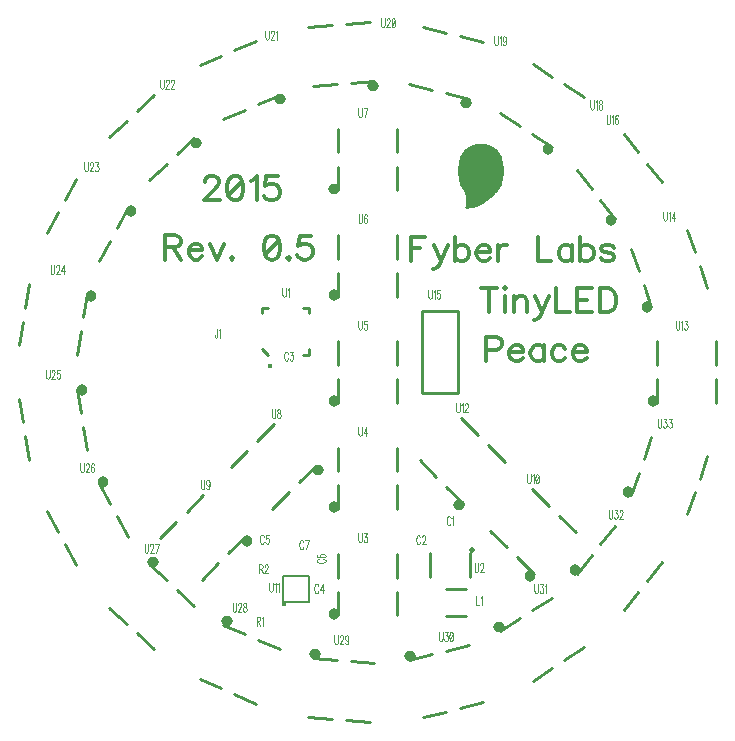
<source format=gto>
G04 DipTrace 2.4.0.2*
%INpeace.gto*%
%MOMM*%
%ADD10C,0.25*%
%ADD17C,0.4*%
%ADD23O,0.437X0.4*%
%ADD28O,0.5X0.5*%
%ADD31O,0.925X0.975*%
%ADD36O,0.975X0.925*%
%ADD41C,0.15*%
%ADD45O,3.825X4.663*%
%ADD68C,0.118*%
%ADD69C,0.314*%
%FSLAX53Y53*%
G04*
G71*
G90*
G75*
G01*
%LNTopSilk*%
%LPD*%
D23*
X32851Y41671D3*
X32706Y42588D2*
D10*
X32206Y43088D1*
Y46088D2*
Y46588D1*
X32706D1*
X35706D2*
X36206D1*
Y46088D1*
X35706Y42588D2*
X36206D1*
Y43088D1*
X49851Y23774D2*
Y25774D1*
X46451Y23774D2*
Y25774D1*
D28*
X50026Y26024D3*
X38659Y25723D2*
D10*
Y23723D1*
X43659Y25723D2*
Y23723D1*
Y22523D2*
Y20523D1*
X38659Y22523D2*
Y20523D1*
D31*
X38297Y20660D3*
X49505Y20466D2*
D10*
X47806D1*
X49505Y22766D2*
X47806D1*
X38659Y34723D2*
Y32723D1*
X43659Y34723D2*
Y32723D1*
Y31523D2*
Y29523D1*
X38659Y31523D2*
Y29523D1*
D31*
X38297Y29660D3*
X38659Y43723D2*
D10*
Y41723D1*
X43659Y43723D2*
Y41723D1*
Y40523D2*
Y38523D1*
X38659Y40523D2*
Y38523D1*
D31*
X38297Y38660D3*
X38659Y52723D2*
D10*
Y50723D1*
X43659Y52723D2*
Y50723D1*
Y49523D2*
Y47523D1*
X38659Y49523D2*
Y47523D1*
D31*
X38297Y47660D3*
X38659Y61723D2*
D10*
Y59723D1*
X43659Y61723D2*
Y59723D1*
Y58523D2*
Y56523D1*
X38659Y58523D2*
Y56523D1*
D36*
X38297Y56660D3*
X33089Y29517D2*
D10*
X34503Y30931D1*
X29553Y33052D2*
X30967Y34467D1*
X31816Y35315D2*
X33230Y36729D1*
X35352Y31779D2*
X36766Y33193D1*
D36*
X36925Y32840D3*
X27089Y23517D2*
D10*
X28503Y24931D1*
X23553Y27052D2*
X24967Y28467D1*
X25816Y29315D2*
X27230Y30729D1*
X29351Y25779D2*
X30766Y27193D1*
D31*
X30925Y26840D3*
X51547Y27691D2*
D10*
X52961Y26277D1*
X55083Y31227D2*
X56497Y29812D1*
X57345Y28963D2*
X58759Y27549D1*
X53809Y25428D2*
X55224Y24014D1*
D31*
X54870Y23854D3*
X45790Y46321D2*
D10*
X48790D1*
Y39321D1*
X45790D1*
Y46321D1*
D17*
X34083Y21467D3*
X33958Y21692D2*
D41*
X36158D1*
Y23892D1*
X33958D1*
Y21692D1*
X45547Y33691D2*
D10*
X46961Y32277D1*
X49083Y37226D2*
X50497Y35813D1*
X51345Y34964D2*
X52759Y33549D1*
X47809Y31428D2*
X49224Y30014D1*
D36*
X48870Y29855D3*
X65659Y43723D2*
D10*
Y41723D1*
X70659Y43723D2*
Y41723D1*
Y40523D2*
Y38523D1*
X65659Y40523D2*
Y38523D1*
D31*
X65297Y38660D3*
X63487Y51538D2*
D10*
X64137Y49646D1*
X68217Y53161D2*
X68866Y51269D1*
X69256Y50134D2*
X69905Y48242D1*
X64526Y48510D2*
X65176Y46619D1*
D31*
X64789Y46631D3*
X58895Y58223D2*
D10*
X60124Y56645D1*
X62841Y61294D2*
X64070Y59716D1*
X64807Y58769D2*
X66035Y57191D1*
X60861Y55698D2*
X62089Y54120D1*
D31*
X61719Y54005D3*
X52383Y63055D2*
D10*
X54057Y61961D1*
X55118Y67241D2*
X56793Y66147D1*
X57797Y65491D2*
X59472Y64397D1*
X55062Y61305D2*
X56736Y60211D1*
D31*
X56424Y59982D3*
X44653Y65512D2*
D10*
X46592Y65021D1*
X45880Y70359D2*
X47819Y69868D1*
X48983Y69573D2*
X50921Y69082D1*
X47755Y64726D2*
X49694Y64235D1*
D36*
X49472Y63917D3*
X36545Y65325D2*
D10*
X38538Y65490D1*
X36132Y70308D2*
X38125Y70473D1*
X39321Y70572D2*
X41314Y70737D1*
X39734Y65589D2*
X41727Y65754D1*
D36*
X41620Y65382D3*
X28937Y62515D2*
D10*
X30768Y63318D1*
X26928Y67094D2*
X28759Y67897D1*
X29858Y68379D2*
X31690Y69183D1*
X31867Y63801D2*
X33698Y64604D1*
D36*
X33719Y64217D3*
X22653Y57388D2*
D10*
X24124Y58742D1*
X19266Y61066D2*
X20738Y62421D1*
X21621Y63233D2*
X23092Y64588D1*
X25007Y59555D2*
X26478Y60909D1*
D36*
X26623Y60550D3*
X18375Y50497D2*
D10*
X19327Y52257D1*
X13977Y52878D2*
X14929Y54636D1*
X15500Y55691D2*
X16452Y57451D1*
X19898Y53312D2*
X20850Y55070D1*
D31*
X21103Y54778D3*
X16565Y42591D2*
D10*
X16894Y44563D1*
X11633Y43414D2*
X11963Y45387D1*
X12160Y46570D2*
X12490Y48543D1*
X17092Y45747D2*
X17421Y47720D1*
D31*
X17756Y47525D3*
X17421Y34526D2*
D10*
X17092Y36499D1*
X12489Y33703D2*
X12160Y35675D1*
X11963Y36859D2*
X11633Y38832D1*
X16895Y37682D2*
X16565Y39655D1*
D31*
X16946Y39579D3*
X20850Y27175D2*
D10*
X19898Y28934D1*
X16452Y24795D2*
X15500Y26554D1*
X14929Y27610D2*
X13977Y29369D1*
X19327Y29989D2*
X18375Y31748D1*
D31*
X18758Y31800D3*
X26478Y21337D2*
D10*
X25007Y22691D1*
X23092Y17658D2*
X21621Y19013D1*
X20738Y19825D2*
X19266Y21179D1*
X24124Y23504D2*
X22653Y24858D1*
D36*
X22999Y25032D3*
X33699Y17641D2*
D10*
X31868Y18445D1*
X31689Y13063D2*
X29858Y13867D1*
X28759Y14349D2*
X26928Y15153D1*
X30769Y18927D2*
X28938Y19731D1*
D36*
X29209Y20008D3*
X41727Y16492D2*
D10*
X39734Y16657D1*
X41314Y11509D2*
X39320Y11674D1*
X38125Y11773D2*
X36132Y11938D1*
X38538Y16756D2*
X36545Y16921D1*
D36*
X36712Y17271D3*
X49695Y18011D2*
D10*
X47755Y17520D1*
X50921Y13163D2*
X48983Y12673D1*
X47819Y12378D2*
X45880Y11888D1*
X46592Y17226D2*
X44653Y16735D1*
D36*
X44698Y17120D3*
X56734Y22035D2*
D10*
X55060Y20941D1*
X59472Y17852D2*
X57799Y16757D1*
X56794Y16100D2*
X55121Y15004D1*
X54056Y20283D2*
X52382Y19189D1*
D36*
X52299Y19567D3*
X62090Y28126D2*
D10*
X60862Y26548D1*
X66036Y25055D2*
X64808Y23477D1*
X64071Y22530D2*
X62842Y20952D1*
X60125Y25602D2*
X58897Y24023D1*
D31*
X58695Y24354D3*
X65173Y35626D2*
D10*
X64525Y33733D1*
X69904Y34006D2*
X69256Y32114D1*
X68868Y30979D2*
X68220Y29086D1*
X64137Y32599D2*
X63489Y30706D1*
D31*
X63190Y30953D3*
X49555Y55069D2*
D10*
G03X52579Y58419I-218J3237D01*
G01*
D45*
X50792Y58125D3*
G36*
X49505Y55143D2*
X49354Y57193D1*
X52304Y57768D1*
X51405Y55843D1*
X50455Y55318D1*
D1*
X49505Y55143D1*
G37*
X33928Y48254D2*
D68*
Y47707D1*
X33949Y47598D1*
X33993Y47525D1*
X34059Y47488D1*
X34102D1*
X34168Y47525D1*
X34212Y47598D1*
X34234Y47707D1*
Y48254D1*
X34375Y48107D2*
X34419Y48144D1*
X34485Y48253D1*
Y47488D1*
X50212Y24956D2*
Y24409D1*
X50233Y24300D1*
X50277Y24227D1*
X50343Y24190D1*
X50386D1*
X50452Y24227D1*
X50496Y24300D1*
X50518Y24409D1*
Y24956D1*
X50681Y24773D2*
Y24809D1*
X50703Y24883D1*
X50725Y24919D1*
X50769Y24955D1*
X50856D1*
X50900Y24919D1*
X50921Y24883D1*
X50944Y24809D1*
Y24737D1*
X50921Y24664D1*
X50878Y24555D1*
X50659Y24190D1*
X50965D1*
X28436Y44809D2*
Y44226D1*
X28414Y44116D1*
X28392Y44080D1*
X28348Y44043D1*
X28304D1*
X28261Y44080D1*
X28239Y44116D1*
X28217Y44226D1*
Y44298D1*
X28577Y44662D2*
X28621Y44699D1*
X28686Y44808D1*
Y44043D1*
X40370Y27489D2*
Y26942D1*
X40392Y26833D1*
X40436Y26760D1*
X40501Y26723D1*
X40545D1*
X40611Y26760D1*
X40654Y26833D1*
X40676Y26942D1*
Y27489D1*
X40861Y27488D2*
X41101D1*
X40971Y27197D1*
X41036D1*
X41080Y27160D1*
X41101Y27124D1*
X41124Y27015D1*
Y26942D1*
X41101Y26833D1*
X41058Y26759D1*
X40992Y26723D1*
X40927D1*
X40861Y26759D1*
X40840Y26797D1*
X40817Y26869D1*
X48169Y28743D2*
X48148Y28816D1*
X48104Y28889D1*
X48060Y28925D1*
X47973D1*
X47929Y28889D1*
X47885Y28816D1*
X47863Y28743D1*
X47841Y28634D1*
Y28451D1*
X47863Y28342D1*
X47885Y28269D1*
X47929Y28196D1*
X47973Y28159D1*
X48060D1*
X48104Y28196D1*
X48148Y28269D1*
X48169Y28342D1*
X48310Y28778D2*
X48354Y28816D1*
X48420Y28924D1*
Y28159D1*
X45609Y27120D2*
X45587Y27193D1*
X45543Y27266D1*
X45500Y27302D1*
X45412D1*
X45368Y27266D1*
X45325Y27193D1*
X45303Y27120D1*
X45281Y27011D1*
Y26828D1*
X45303Y26719D1*
X45325Y26646D1*
X45368Y26573D1*
X45412Y26536D1*
X45500D1*
X45543Y26573D1*
X45587Y26646D1*
X45609Y26719D1*
X45772Y27119D2*
Y27156D1*
X45794Y27229D1*
X45816Y27265D1*
X45860Y27301D1*
X45947D1*
X45991Y27265D1*
X46012Y27229D1*
X46035Y27156D1*
Y27083D1*
X46012Y27010D1*
X45969Y26901D1*
X45750Y26536D1*
X46056D1*
X50314Y22174D2*
Y21408D1*
X50576D1*
X50717Y22027D2*
X50761Y22064D1*
X50827Y22173D1*
Y21408D1*
X40359Y36489D2*
Y35942D1*
X40381Y35833D1*
X40425Y35760D1*
X40490Y35723D1*
X40534D1*
X40600Y35760D1*
X40644Y35833D1*
X40665Y35942D1*
Y36489D1*
X41025Y35723D2*
Y36488D1*
X40807Y35978D1*
X41135D1*
X40370Y45489D2*
Y44942D1*
X40392Y44833D1*
X40436Y44760D1*
X40501Y44723D1*
X40545D1*
X40611Y44760D1*
X40654Y44833D1*
X40676Y44942D1*
Y45489D1*
X41080Y45488D2*
X40861D1*
X40840Y45160D1*
X40861Y45197D1*
X40927Y45234D1*
X40992D1*
X41058Y45197D1*
X41102Y45124D1*
X41124Y45015D1*
Y44942D1*
X41102Y44833D1*
X41058Y44759D1*
X40992Y44723D1*
X40927D1*
X40861Y44759D1*
X40840Y44797D1*
X40817Y44869D1*
X40381Y54476D2*
Y53930D1*
X40403Y53820D1*
X40447Y53748D1*
X40512Y53711D1*
X40556D1*
X40622Y53748D1*
X40666Y53820D1*
X40687Y53930D1*
Y54476D1*
X41091Y54367D2*
X41069Y54439D1*
X41003Y54476D1*
X40960D1*
X40894Y54439D1*
X40850Y54330D1*
X40829Y54148D1*
Y53966D1*
X40850Y53820D1*
X40894Y53747D1*
X40960Y53711D1*
X40982D1*
X41047Y53747D1*
X41091Y53820D1*
X41113Y53930D1*
Y53966D1*
X41091Y54075D1*
X41047Y54148D1*
X40982Y54184D1*
X40960D1*
X40894Y54148D1*
X40850Y54075D1*
X40829Y53966D1*
X40357Y63476D2*
Y62930D1*
X40379Y62820D1*
X40423Y62748D1*
X40489Y62711D1*
X40532D1*
X40598Y62748D1*
X40642Y62820D1*
X40664Y62930D1*
Y63476D1*
X40892Y62711D2*
X41111Y63476D1*
X40805D1*
X33034Y37988D2*
Y37442D1*
X33056Y37332D1*
X33100Y37260D1*
X33166Y37223D1*
X33209D1*
X33275Y37260D1*
X33319Y37332D1*
X33341Y37442D1*
Y37988D1*
X33591D2*
X33526Y37951D1*
X33504Y37879D1*
Y37806D1*
X33526Y37733D1*
X33569Y37696D1*
X33657Y37660D1*
X33722Y37624D1*
X33766Y37550D1*
X33788Y37478D1*
Y37368D1*
X33766Y37296D1*
X33744Y37259D1*
X33679Y37223D1*
X33591D1*
X33526Y37259D1*
X33504Y37296D1*
X33482Y37368D1*
Y37478D1*
X33504Y37550D1*
X33548Y37624D1*
X33613Y37660D1*
X33700Y37696D1*
X33744Y37733D1*
X33766Y37806D1*
Y37879D1*
X33744Y37951D1*
X33679Y37988D1*
X33591D1*
X27033Y31988D2*
Y31442D1*
X27054Y31332D1*
X27098Y31260D1*
X27164Y31223D1*
X27207D1*
X27273Y31260D1*
X27317Y31332D1*
X27339Y31442D1*
Y31988D1*
X27765Y31733D2*
X27742Y31624D1*
X27699Y31550D1*
X27633Y31514D1*
X27611D1*
X27546Y31550D1*
X27502Y31624D1*
X27480Y31733D1*
Y31769D1*
X27502Y31879D1*
X27546Y31951D1*
X27611Y31988D1*
X27633D1*
X27699Y31951D1*
X27742Y31879D1*
X27765Y31733D1*
Y31550D1*
X27742Y31368D1*
X27699Y31259D1*
X27633Y31223D1*
X27590D1*
X27524Y31259D1*
X27502Y31332D1*
X54651Y32486D2*
Y31939D1*
X54672Y31830D1*
X54716Y31757D1*
X54782Y31720D1*
X54826D1*
X54891Y31757D1*
X54935Y31830D1*
X54957Y31939D1*
Y32486D1*
X55098Y32339D2*
X55142Y32376D1*
X55208Y32485D1*
Y31720D1*
X55480Y32485D2*
X55415Y32449D1*
X55371Y32339D1*
X55349Y32157D1*
Y32048D1*
X55371Y31866D1*
X55415Y31756D1*
X55480Y31720D1*
X55524D1*
X55590Y31756D1*
X55633Y31866D1*
X55655Y32048D1*
Y32157D1*
X55633Y32339D1*
X55590Y32449D1*
X55524Y32485D1*
X55480D1*
X55633Y32339D2*
X55371Y31866D1*
X46287Y48087D2*
Y47540D1*
X46309Y47431D1*
X46353Y47358D1*
X46419Y47321D1*
X46462D1*
X46528Y47358D1*
X46572Y47431D1*
X46594Y47540D1*
Y48087D1*
X46735Y47940D2*
X46779Y47978D1*
X46844Y48086D1*
Y47321D1*
X47248Y48086D2*
X47030D1*
X47008Y47759D1*
X47030Y47795D1*
X47095Y47832D1*
X47160D1*
X47226Y47795D1*
X47270Y47722D1*
X47292Y47613D1*
Y47540D1*
X47270Y47431D1*
X47226Y47358D1*
X47160Y47321D1*
X47095D1*
X47030Y47358D1*
X47008Y47395D1*
X46986Y47467D1*
X34403Y42683D2*
X34381Y42755D1*
X34337Y42829D1*
X34293Y42865D1*
X34206D1*
X34162Y42829D1*
X34118Y42755D1*
X34096Y42683D1*
X34075Y42573D1*
Y42391D1*
X34096Y42282D1*
X34118Y42209D1*
X34162Y42136D1*
X34206Y42099D1*
X34293D1*
X34337Y42136D1*
X34381Y42209D1*
X34403Y42282D1*
X34588Y42864D2*
X34828D1*
X34697Y42573D1*
X34763D1*
X34806Y42536D1*
X34828Y42500D1*
X34850Y42391D1*
Y42318D1*
X34828Y42209D1*
X34784Y42135D1*
X34719Y42099D1*
X34653D1*
X34588Y42135D1*
X34566Y42172D1*
X34544Y42245D1*
X31751Y20063D2*
X31948D1*
X32014Y20100D1*
X32036Y20136D1*
X32058Y20209D1*
Y20282D1*
X32036Y20354D1*
X32014Y20391D1*
X31948Y20428D1*
X31751D1*
Y19662D1*
X31904Y20063D2*
X32058Y19662D1*
X32199Y20281D2*
X32243Y20318D1*
X32308Y20427D1*
Y19662D1*
X31962Y24481D2*
X32159D1*
X32225Y24518D1*
X32247Y24554D1*
X32269Y24626D1*
Y24700D1*
X32247Y24772D1*
X32225Y24809D1*
X32159Y24845D1*
X31962D1*
Y24080D1*
X32115Y24481D2*
X32269Y24080D1*
X32432Y24662D2*
Y24699D1*
X32454Y24772D1*
X32475Y24808D1*
X32519Y24844D1*
X32607D1*
X32650Y24808D1*
X32672Y24772D1*
X32694Y24699D1*
Y24626D1*
X32672Y24553D1*
X32629Y24444D1*
X32410Y24080D1*
X32716D1*
X36976Y23008D2*
X36955Y23080D1*
X36911Y23154D1*
X36867Y23190D1*
X36780D1*
X36736Y23154D1*
X36692Y23080D1*
X36670Y23008D1*
X36648Y22898D1*
Y22716D1*
X36670Y22607D1*
X36692Y22534D1*
X36736Y22461D1*
X36780Y22424D1*
X36867D1*
X36911Y22461D1*
X36955Y22534D1*
X36976Y22607D1*
X37336Y22424D2*
Y23189D1*
X37117Y22679D1*
X37445D1*
X32360Y27179D2*
X32339Y27251D1*
X32295Y27325D1*
X32251Y27361D1*
X32164D1*
X32120Y27325D1*
X32076Y27251D1*
X32054Y27179D1*
X32032Y27069D1*
Y26887D1*
X32054Y26778D1*
X32076Y26705D1*
X32120Y26632D1*
X32164Y26595D1*
X32251D1*
X32295Y26632D1*
X32339Y26705D1*
X32360Y26778D1*
X32764Y27360D2*
X32545D1*
X32524Y27032D1*
X32545Y27069D1*
X32611Y27106D1*
X32676D1*
X32742Y27069D1*
X32786Y26996D1*
X32808Y26887D1*
Y26814D1*
X32786Y26705D1*
X32742Y26631D1*
X32676Y26595D1*
X32611D1*
X32545Y26631D1*
X32524Y26668D1*
X32501Y26741D1*
X37014Y25287D2*
X36942Y25265D1*
X36869Y25221D1*
X36832Y25178D1*
Y25090D1*
X36869Y25046D1*
X36942Y25003D1*
X37014Y24981D1*
X37124Y24959D1*
X37307D1*
X37415Y24981D1*
X37488Y25003D1*
X37561Y25046D1*
X37598Y25090D1*
Y25178D1*
X37561Y25221D1*
X37488Y25265D1*
X37415Y25287D1*
X36942Y25691D2*
X36869Y25669D1*
X36833Y25603D1*
Y25560D1*
X36869Y25494D1*
X36979Y25450D1*
X37161Y25428D1*
X37343D1*
X37488Y25450D1*
X37562Y25494D1*
X37598Y25560D1*
Y25581D1*
X37562Y25647D1*
X37488Y25691D1*
X37379Y25712D1*
X37343D1*
X37233Y25691D1*
X37161Y25647D1*
X37125Y25581D1*
Y25560D1*
X37161Y25494D1*
X37233Y25450D1*
X37343Y25428D1*
X35705Y26705D2*
X35684Y26778D1*
X35640Y26851D1*
X35596Y26887D1*
X35509D1*
X35465Y26851D1*
X35421Y26778D1*
X35399Y26705D1*
X35377Y26596D1*
Y26413D1*
X35399Y26304D1*
X35421Y26231D1*
X35465Y26158D1*
X35509Y26121D1*
X35596D1*
X35640Y26158D1*
X35684Y26231D1*
X35705Y26304D1*
X35934Y26121D2*
X36153Y26886D1*
X35846D1*
X32818Y23297D2*
Y22751D1*
X32840Y22641D1*
X32884Y22569D1*
X32950Y22532D1*
X32993D1*
X33059Y22569D1*
X33103Y22641D1*
X33125Y22751D1*
Y23297D1*
X33266Y23151D2*
X33310Y23188D1*
X33375Y23296D1*
Y22532D1*
X33517Y23151D2*
X33561Y23188D1*
X33626Y23296D1*
Y22532D1*
X48651Y38486D2*
Y37939D1*
X48672Y37830D1*
X48716Y37757D1*
X48782Y37720D1*
X48826D1*
X48891Y37757D1*
X48935Y37830D1*
X48957Y37939D1*
Y38486D1*
X49098Y38339D2*
X49142Y38376D1*
X49208Y38485D1*
Y37720D1*
X49371Y38303D2*
Y38339D1*
X49393Y38412D1*
X49415Y38449D1*
X49459Y38485D1*
X49546D1*
X49590Y38449D1*
X49611Y38412D1*
X49634Y38339D1*
Y38267D1*
X49611Y38193D1*
X49568Y38085D1*
X49349Y37720D1*
X49655D1*
X67245Y45489D2*
Y44942D1*
X67266Y44833D1*
X67310Y44760D1*
X67376Y44723D1*
X67419D1*
X67485Y44760D1*
X67529Y44833D1*
X67551Y44942D1*
Y45489D1*
X67692Y45342D2*
X67736Y45379D1*
X67802Y45488D1*
Y44723D1*
X67987Y45488D2*
X68227D1*
X68096Y45197D1*
X68162D1*
X68205Y45160D1*
X68227Y45124D1*
X68249Y45015D1*
Y44942D1*
X68227Y44833D1*
X68183Y44759D1*
X68118Y44723D1*
X68052D1*
X67987Y44759D1*
X67965Y44797D1*
X67943Y44869D1*
X66183Y54705D2*
Y54158D1*
X66205Y54049D1*
X66249Y53976D1*
X66314Y53939D1*
X66358D1*
X66424Y53976D1*
X66468Y54049D1*
X66489Y54158D1*
Y54705D1*
X66631Y54558D2*
X66674Y54595D1*
X66740Y54704D1*
Y53939D1*
X67100D2*
Y54704D1*
X66881Y54194D1*
X67209D1*
X61386Y62890D2*
Y62343D1*
X61408Y62234D1*
X61452Y62161D1*
X61517Y62124D1*
X61561D1*
X61626Y62161D1*
X61670Y62234D1*
X61692Y62343D1*
Y62890D1*
X61833Y62743D2*
X61877Y62780D1*
X61943Y62889D1*
Y62124D1*
X62346Y62780D2*
X62325Y62853D1*
X62259Y62889D1*
X62216D1*
X62150Y62853D1*
X62106Y62743D1*
X62084Y62561D1*
Y62379D1*
X62106Y62234D1*
X62150Y62160D1*
X62216Y62124D1*
X62237D1*
X62303Y62160D1*
X62346Y62234D1*
X62368Y62343D1*
Y62379D1*
X62346Y62489D1*
X62303Y62561D1*
X62237Y62597D1*
X62216D1*
X62150Y62561D1*
X62106Y62489D1*
X62084Y62379D1*
X60015Y64120D2*
Y63573D1*
X60036Y63464D1*
X60080Y63391D1*
X60146Y63354D1*
X60189D1*
X60255Y63391D1*
X60299Y63464D1*
X60321Y63573D1*
Y64120D1*
X60462Y63973D2*
X60506Y64010D1*
X60572Y64119D1*
Y63354D1*
X60822Y64119D2*
X60757Y64083D1*
X60735Y64010D1*
Y63937D1*
X60757Y63865D1*
X60800Y63828D1*
X60888Y63791D1*
X60953Y63755D1*
X60997Y63682D1*
X61019Y63609D1*
Y63500D1*
X60997Y63428D1*
X60975Y63390D1*
X60909Y63354D1*
X60822D1*
X60757Y63390D1*
X60735Y63428D1*
X60713Y63500D1*
Y63609D1*
X60735Y63682D1*
X60779Y63755D1*
X60844Y63791D1*
X60931Y63828D1*
X60975Y63865D1*
X60997Y63937D1*
Y64010D1*
X60975Y64083D1*
X60909Y64119D1*
X60822D1*
X51885Y69562D2*
Y69016D1*
X51907Y68906D1*
X51951Y68834D1*
X52017Y68797D1*
X52060D1*
X52126Y68834D1*
X52170Y68906D1*
X52191Y69016D1*
Y69562D1*
X52333Y69416D2*
X52377Y69453D1*
X52442Y69562D1*
Y68797D1*
X52868Y69307D2*
X52846Y69198D1*
X52802Y69124D1*
X52737Y69088D1*
X52715D1*
X52649Y69124D1*
X52606Y69198D1*
X52584Y69307D1*
Y69343D1*
X52606Y69453D1*
X52649Y69525D1*
X52715Y69562D1*
X52737D1*
X52802Y69525D1*
X52846Y69453D1*
X52868Y69307D1*
Y69124D1*
X52846Y68942D1*
X52802Y68833D1*
X52737Y68797D1*
X52693D1*
X52627Y68833D1*
X52606Y68906D1*
X42281Y71088D2*
Y70541D1*
X42302Y70432D1*
X42346Y70360D1*
X42412Y70322D1*
X42456D1*
X42521Y70360D1*
X42565Y70432D1*
X42587Y70541D1*
Y71088D1*
X42750Y70905D2*
Y70942D1*
X42772Y71015D1*
X42794Y71051D1*
X42838Y71087D1*
X42925D1*
X42969Y71051D1*
X42990Y71015D1*
X43013Y70942D1*
Y70869D1*
X42990Y70796D1*
X42947Y70687D1*
X42728Y70322D1*
X43034D1*
X43307Y71087D2*
X43241Y71051D1*
X43197Y70942D1*
X43176Y70760D1*
Y70650D1*
X43197Y70468D1*
X43241Y70359D1*
X43307Y70322D1*
X43350D1*
X43416Y70359D1*
X43460Y70468D1*
X43482Y70650D1*
Y70760D1*
X43460Y70942D1*
X43416Y71051D1*
X43350Y71087D1*
X43307D1*
X43460Y70942D2*
X43197Y70468D1*
X32494Y70044D2*
Y69497D1*
X32516Y69388D1*
X32560Y69315D1*
X32626Y69278D1*
X32669D1*
X32735Y69315D1*
X32779Y69388D1*
X32801Y69497D1*
Y70044D1*
X32964Y69861D2*
Y69897D1*
X32986Y69970D1*
X33008Y70007D1*
X33052Y70043D1*
X33139D1*
X33182Y70007D1*
X33204Y69970D1*
X33226Y69897D1*
Y69825D1*
X33204Y69751D1*
X33161Y69643D1*
X32942Y69278D1*
X33248D1*
X33389Y69897D2*
X33433Y69934D1*
X33499Y70043D1*
Y69278D1*
X23587Y65885D2*
Y65339D1*
X23609Y65229D1*
X23653Y65157D1*
X23718Y65120D1*
X23762D1*
X23828Y65157D1*
X23871Y65229D1*
X23893Y65339D1*
Y65885D1*
X24057Y65703D2*
Y65739D1*
X24078Y65812D1*
X24100Y65848D1*
X24144Y65885D1*
X24232D1*
X24275Y65848D1*
X24297Y65812D1*
X24319Y65739D1*
Y65666D1*
X24297Y65593D1*
X24253Y65484D1*
X24034Y65120D1*
X24341D1*
X24504Y65703D2*
Y65739D1*
X24526Y65812D1*
X24548Y65848D1*
X24592Y65885D1*
X24679D1*
X24722Y65848D1*
X24744Y65812D1*
X24766Y65739D1*
Y65666D1*
X24744Y65593D1*
X24701Y65484D1*
X24482Y65120D1*
X24788D1*
X17171Y58881D2*
Y58334D1*
X17192Y58225D1*
X17236Y58153D1*
X17302Y58115D1*
X17346D1*
X17411Y58153D1*
X17455Y58225D1*
X17477Y58334D1*
Y58881D1*
X17640Y58698D2*
Y58735D1*
X17662Y58808D1*
X17684Y58844D1*
X17728Y58880D1*
X17815D1*
X17859Y58844D1*
X17881Y58808D1*
X17903Y58735D1*
Y58662D1*
X17881Y58589D1*
X17837Y58480D1*
X17618Y58115D1*
X17924D1*
X18110Y58880D2*
X18350D1*
X18219Y58589D1*
X18284D1*
X18328Y58553D1*
X18350Y58516D1*
X18372Y58407D1*
Y58334D1*
X18350Y58225D1*
X18306Y58152D1*
X18241Y58115D1*
X18175D1*
X18110Y58152D1*
X18088Y58189D1*
X18066Y58261D1*
X14315Y50199D2*
Y49652D1*
X14336Y49543D1*
X14380Y49470D1*
X14446Y49433D1*
X14489D1*
X14555Y49470D1*
X14599Y49543D1*
X14621Y49652D1*
Y50199D1*
X14784Y50016D2*
Y50052D1*
X14806Y50126D1*
X14828Y50162D1*
X14872Y50198D1*
X14959D1*
X15003Y50162D1*
X15024Y50126D1*
X15047Y50052D1*
Y49980D1*
X15024Y49907D1*
X14981Y49798D1*
X14762Y49433D1*
X15068D1*
X15428D2*
Y50198D1*
X15209Y49689D1*
X15537D1*
X13927Y41311D2*
Y40764D1*
X13949Y40655D1*
X13993Y40582D1*
X14058Y40545D1*
X14102D1*
X14167Y40582D1*
X14211Y40655D1*
X14233Y40764D1*
Y41311D1*
X14397Y41128D2*
Y41164D1*
X14418Y41238D1*
X14440Y41274D1*
X14484Y41310D1*
X14571D1*
X14615Y41274D1*
X14637Y41238D1*
X14659Y41164D1*
Y41092D1*
X14637Y41019D1*
X14593Y40910D1*
X14374Y40545D1*
X14681D1*
X15084Y41310D2*
X14866D1*
X14844Y40982D1*
X14866Y41019D1*
X14931Y41056D1*
X14997D1*
X15062Y41019D1*
X15106Y40946D1*
X15128Y40837D1*
Y40764D1*
X15106Y40655D1*
X15062Y40582D1*
X14997Y40545D1*
X14931D1*
X14866Y40582D1*
X14844Y40619D1*
X14822Y40691D1*
X16824Y33404D2*
Y32857D1*
X16846Y32748D1*
X16890Y32675D1*
X16955Y32638D1*
X16999D1*
X17064Y32675D1*
X17108Y32748D1*
X17130Y32857D1*
Y33404D1*
X17294Y33221D2*
Y33257D1*
X17315Y33331D1*
X17337Y33367D1*
X17381Y33403D1*
X17468D1*
X17512Y33367D1*
X17534Y33331D1*
X17556Y33257D1*
Y33185D1*
X17534Y33112D1*
X17490Y33003D1*
X17271Y32638D1*
X17578D1*
X17981Y33294D2*
X17959Y33367D1*
X17894Y33403D1*
X17850D1*
X17784Y33367D1*
X17741Y33257D1*
X17719Y33075D1*
Y32893D1*
X17741Y32748D1*
X17784Y32674D1*
X17850Y32638D1*
X17872D1*
X17937Y32674D1*
X17981Y32748D1*
X18003Y32857D1*
Y32893D1*
X17981Y33003D1*
X17937Y33075D1*
X17872Y33112D1*
X17850D1*
X17784Y33075D1*
X17741Y33003D1*
X17719Y32893D1*
X22272Y26610D2*
Y26064D1*
X22293Y25954D1*
X22337Y25882D1*
X22403Y25845D1*
X22447D1*
X22512Y25882D1*
X22556Y25954D1*
X22578Y26064D1*
Y26610D1*
X22741Y26428D2*
Y26464D1*
X22763Y26537D1*
X22785Y26573D1*
X22829Y26610D1*
X22916D1*
X22960Y26573D1*
X22981Y26537D1*
X23004Y26464D1*
Y26391D1*
X22981Y26318D1*
X22938Y26209D1*
X22719Y25845D1*
X23025D1*
X23254D2*
X23473Y26610D1*
X23167D1*
X29713Y21586D2*
Y21040D1*
X29735Y20930D1*
X29779Y20858D1*
X29844Y20821D1*
X29888D1*
X29954Y20858D1*
X29998Y20930D1*
X30019Y21040D1*
Y21586D1*
X30183Y21404D2*
Y21440D1*
X30204Y21513D1*
X30226Y21549D1*
X30270Y21586D1*
X30358D1*
X30401Y21549D1*
X30423Y21513D1*
X30445Y21440D1*
Y21367D1*
X30423Y21294D1*
X30379Y21185D1*
X30160Y20821D1*
X30467D1*
X30717Y21586D2*
X30652Y21549D1*
X30630Y21477D1*
Y21404D1*
X30652Y21331D1*
X30695Y21294D1*
X30783Y21258D1*
X30848Y21222D1*
X30892Y21148D1*
X30914Y21076D1*
Y20966D1*
X30892Y20894D1*
X30870Y20857D1*
X30804Y20821D1*
X30717D1*
X30652Y20857D1*
X30630Y20894D1*
X30608Y20966D1*
Y21076D1*
X30630Y21148D1*
X30674Y21222D1*
X30739Y21258D1*
X30826Y21294D1*
X30870Y21331D1*
X30892Y21404D1*
Y21477D1*
X30870Y21549D1*
X30804Y21586D1*
X30717D1*
X38340Y18850D2*
Y18303D1*
X38361Y18193D1*
X38405Y18121D1*
X38471Y18084D1*
X38514D1*
X38580Y18121D1*
X38624Y18193D1*
X38646Y18303D1*
Y18850D1*
X38809Y18667D2*
Y18703D1*
X38831Y18776D1*
X38853Y18813D1*
X38897Y18849D1*
X38984D1*
X39028Y18813D1*
X39049Y18776D1*
X39072Y18703D1*
Y18631D1*
X39049Y18557D1*
X39006Y18449D1*
X38787Y18084D1*
X39093D1*
X39519Y18594D2*
X39497Y18485D1*
X39453Y18412D1*
X39388Y18375D1*
X39366D1*
X39300Y18412D1*
X39257Y18485D1*
X39234Y18594D1*
Y18631D1*
X39257Y18740D1*
X39300Y18813D1*
X39366Y18849D1*
X39388D1*
X39453Y18813D1*
X39497Y18740D1*
X39519Y18594D1*
Y18412D1*
X39497Y18230D1*
X39453Y18120D1*
X39388Y18084D1*
X39344D1*
X39278Y18120D1*
X39257Y18193D1*
X47187Y19126D2*
Y18580D1*
X47208Y18470D1*
X47252Y18398D1*
X47318Y18361D1*
X47362D1*
X47427Y18398D1*
X47471Y18470D1*
X47493Y18580D1*
Y19126D1*
X47678D2*
X47918D1*
X47787Y18834D1*
X47853D1*
X47896Y18798D1*
X47918Y18762D1*
X47940Y18652D1*
Y18580D1*
X47918Y18470D1*
X47875Y18397D1*
X47809Y18361D1*
X47743D1*
X47678Y18397D1*
X47656Y18434D1*
X47634Y18507D1*
X48213Y19126D2*
X48147Y19089D1*
X48103Y18980D1*
X48082Y18798D1*
Y18688D1*
X48103Y18507D1*
X48147Y18397D1*
X48213Y18361D1*
X48256D1*
X48322Y18397D1*
X48366Y18507D1*
X48388Y18688D1*
Y18798D1*
X48366Y18980D1*
X48322Y19089D1*
X48256Y19126D1*
X48213D1*
X48366Y18980D2*
X48103Y18507D1*
X55273Y23185D2*
Y22639D1*
X55295Y22529D1*
X55339Y22457D1*
X55405Y22420D1*
X55448D1*
X55514Y22457D1*
X55558Y22529D1*
X55579Y22639D1*
Y23185D1*
X55765D2*
X56005D1*
X55874Y22893D1*
X55939D1*
X55983Y22857D1*
X56005Y22821D1*
X56027Y22711D1*
Y22639D1*
X56005Y22529D1*
X55961Y22456D1*
X55895Y22420D1*
X55830D1*
X55765Y22456D1*
X55743Y22493D1*
X55721Y22566D1*
X56168Y23039D2*
X56212Y23076D1*
X56278Y23185D1*
Y22420D1*
X61568Y29461D2*
Y28915D1*
X61589Y28805D1*
X61633Y28733D1*
X61699Y28696D1*
X61742D1*
X61808Y28733D1*
X61852Y28805D1*
X61874Y28915D1*
Y29461D1*
X62059Y29460D2*
X62299D1*
X62168Y29169D1*
X62234D1*
X62277Y29133D1*
X62299Y29097D1*
X62321Y28987D1*
Y28915D1*
X62299Y28805D1*
X62256Y28732D1*
X62190Y28696D1*
X62124D1*
X62059Y28732D1*
X62037Y28769D1*
X62015Y28841D1*
X62485Y29278D2*
Y29315D1*
X62506Y29388D1*
X62528Y29424D1*
X62572Y29460D1*
X62660D1*
X62703Y29424D1*
X62725Y29388D1*
X62747Y29315D1*
Y29242D1*
X62725Y29169D1*
X62681Y29060D1*
X62462Y28696D1*
X62769D1*
X65715Y37170D2*
Y36623D1*
X65737Y36514D1*
X65781Y36442D1*
X65847Y36404D1*
X65890D1*
X65956Y36442D1*
X66000Y36514D1*
X66021Y36623D1*
Y37170D1*
X66207Y37169D2*
X66447D1*
X66316Y36878D1*
X66382D1*
X66425Y36842D1*
X66447Y36805D1*
X66469Y36696D1*
Y36623D1*
X66447Y36514D1*
X66403Y36441D1*
X66338Y36404D1*
X66272D1*
X66207Y36441D1*
X66185Y36478D1*
X66163Y36550D1*
X66654Y37169D2*
X66894D1*
X66763Y36878D1*
X66829D1*
X66872Y36842D1*
X66894Y36805D1*
X66916Y36696D1*
Y36623D1*
X66894Y36514D1*
X66851Y36441D1*
X66785Y36404D1*
X66719D1*
X66654Y36441D1*
X66632Y36478D1*
X66610Y36550D1*
X46048Y52564D2*
D69*
X44784D1*
Y50522D1*
Y51591D2*
X45561D1*
X46775Y51883D2*
X47356Y50522D1*
X47163Y50133D1*
X46968Y49938D1*
X46775Y49841D1*
X46676D1*
X47940Y51883D2*
X47356Y50522D1*
X48568Y52564D2*
Y50522D1*
Y51591D2*
X48763Y51786D1*
X48956Y51883D1*
X49248D1*
X49442Y51786D1*
X49637Y51591D1*
X49734Y51299D1*
Y51106D1*
X49637Y50814D1*
X49442Y50621D1*
X49248Y50522D1*
X48956D1*
X48763Y50621D1*
X48568Y50814D1*
X50361Y51299D2*
X51527D1*
Y51494D1*
X51430Y51690D1*
X51334Y51786D1*
X51138Y51883D1*
X50846D1*
X50653Y51786D1*
X50458Y51591D1*
X50361Y51299D1*
Y51106D1*
X50458Y50814D1*
X50653Y50621D1*
X50846Y50522D1*
X51138D1*
X51334Y50621D1*
X51527Y50814D1*
X52154Y51883D2*
Y50522D1*
Y51299D2*
X52253Y51591D1*
X52446Y51786D1*
X52642Y51883D1*
X52934D1*
X55536Y52564D2*
Y50522D1*
X56702D1*
X58495Y51883D2*
Y50522D1*
Y51591D2*
X58302Y51786D1*
X58107Y51883D1*
X57817D1*
X57622Y51786D1*
X57428Y51591D1*
X57330Y51299D1*
Y51106D1*
X57428Y50814D1*
X57622Y50621D1*
X57817Y50522D1*
X58107D1*
X58302Y50621D1*
X58495Y50814D1*
X59123Y52564D2*
Y50522D1*
Y51591D2*
X59318Y51786D1*
X59511Y51883D1*
X59803D1*
X59996Y51786D1*
X60192Y51591D1*
X60288Y51299D1*
Y51106D1*
X60192Y50814D1*
X59996Y50621D1*
X59803Y50522D1*
X59511D1*
X59318Y50621D1*
X59123Y50814D1*
X61985Y51591D2*
X61889Y51786D1*
X61597Y51883D1*
X61305D1*
X61013Y51786D1*
X60916Y51591D1*
X61013Y51398D1*
X61208Y51299D1*
X61693Y51202D1*
X61889Y51106D1*
X61985Y50910D1*
Y50814D1*
X61889Y50621D1*
X61597Y50522D1*
X61305D1*
X61013Y50621D1*
X60916Y50814D1*
X51403Y48216D2*
Y46175D1*
X50723Y48216D2*
X52084D1*
X52711D2*
X52808Y48120D1*
X52907Y48216D1*
X52808Y48315D1*
X52711Y48216D1*
X52808Y47536D2*
Y46175D1*
X53534Y47536D2*
Y46175D1*
Y47147D2*
X53826Y47439D1*
X54022Y47536D1*
X54311D1*
X54507Y47439D1*
X54603Y47147D1*
Y46175D1*
X55330Y47536D2*
X55911Y46175D1*
X55718Y45786D1*
X55523Y45591D1*
X55330Y45494D1*
X55231D1*
X56495Y47536D2*
X55911Y46175D1*
X57123Y48216D2*
Y46175D1*
X58289D1*
X60178Y48216D2*
X58916D1*
Y46175D1*
X60178D1*
X58916Y47244D2*
X59693D1*
X60806Y48216D2*
Y46175D1*
X61486D1*
X61778Y46274D1*
X61974Y46467D1*
X62070Y46662D1*
X62167Y46952D1*
Y47439D1*
X62070Y47731D1*
X61974Y47924D1*
X61778Y48120D1*
X61486Y48216D1*
X60806D1*
X24004Y51716D2*
X24877D1*
X25169Y51815D1*
X25268Y51912D1*
X25365Y52105D1*
Y52300D1*
X25268Y52493D1*
X25169Y52592D1*
X24877Y52689D1*
X24004D1*
Y50647D1*
X24684Y51716D2*
X25365Y50647D1*
X25992Y51424D2*
X27158D1*
Y51620D1*
X27061Y51815D1*
X26965Y51912D1*
X26769Y52008D1*
X26477D1*
X26284Y51912D1*
X26089Y51716D1*
X25992Y51424D1*
Y51231D1*
X26089Y50939D1*
X26284Y50746D1*
X26477Y50647D1*
X26769D1*
X26965Y50746D1*
X27158Y50939D1*
X27785Y52008D2*
X28369Y50647D1*
X28951Y52008D1*
X29675Y50843D2*
X29579Y50744D1*
X29675Y50647D1*
X29774Y50744D1*
X29675Y50843D1*
X32961Y52687D2*
X32669Y52590D1*
X32473Y52298D1*
X32377Y51813D1*
Y51521D1*
X32473Y51036D1*
X32669Y50744D1*
X32961Y50647D1*
X33154D1*
X33446Y50744D1*
X33639Y51036D1*
X33738Y51521D1*
Y51813D1*
X33639Y52298D1*
X33446Y52590D1*
X33154Y52687D1*
X32961D1*
X33639Y52298D2*
X32473Y51036D1*
X34462Y50843D2*
X34365Y50744D1*
X34462Y50647D1*
X34561Y50744D1*
X34462Y50843D1*
X36354Y52687D2*
X35384D1*
X35287Y51813D1*
X35384Y51909D1*
X35676Y52008D1*
X35965D1*
X36257Y51909D1*
X36453Y51716D1*
X36549Y51424D1*
Y51231D1*
X36453Y50939D1*
X36257Y50744D1*
X35965Y50647D1*
X35676D1*
X35384Y50744D1*
X35287Y50843D1*
X35188Y51036D1*
X27383Y57229D2*
Y57326D1*
X27480Y57521D1*
X27576Y57618D1*
X27772Y57714D1*
X28160D1*
X28353Y57618D1*
X28450Y57521D1*
X28549Y57326D1*
Y57133D1*
X28450Y56937D1*
X28257Y56647D1*
X27284Y55675D1*
X28645D1*
X29857Y57714D2*
X29565Y57618D1*
X29369Y57326D1*
X29273Y56841D1*
Y56549D1*
X29369Y56063D1*
X29565Y55771D1*
X29857Y55675D1*
X30050D1*
X30342Y55771D1*
X30535Y56063D1*
X30634Y56549D1*
Y56841D1*
X30535Y57326D1*
X30342Y57618D1*
X30050Y57714D1*
X29857D1*
X30535Y57326D2*
X29369Y56063D1*
X31261Y57326D2*
X31457Y57425D1*
X31749Y57714D1*
Y55675D1*
X33542Y57714D2*
X32572D1*
X32475Y56841D1*
X32572Y56937D1*
X32864Y57036D1*
X33153D1*
X33445Y56937D1*
X33641Y56744D1*
X33737Y56452D1*
Y56259D1*
X33641Y55967D1*
X33445Y55771D1*
X33153Y55675D1*
X32864D1*
X32572Y55771D1*
X32475Y55870D1*
X32376Y56063D1*
X51148Y43015D2*
X52024D1*
X52314Y43111D1*
X52413Y43210D1*
X52509Y43403D1*
Y43695D1*
X52413Y43888D1*
X52314Y43987D1*
X52024Y44084D1*
X51148D1*
Y42042D1*
X53137Y42819D2*
X54303D1*
Y43015D1*
X54206Y43210D1*
X54109Y43307D1*
X53914Y43403D1*
X53622D1*
X53429Y43307D1*
X53233Y43111D1*
X53137Y42819D1*
Y42626D1*
X53233Y42334D1*
X53429Y42141D1*
X53622Y42042D1*
X53914D1*
X54109Y42141D1*
X54303Y42334D1*
X56096Y43403D2*
Y42042D1*
Y43111D2*
X55903Y43307D1*
X55707Y43403D1*
X55417D1*
X55222Y43307D1*
X55029Y43111D1*
X54930Y42819D1*
Y42626D1*
X55029Y42334D1*
X55222Y42141D1*
X55417Y42042D1*
X55707D1*
X55903Y42141D1*
X56096Y42334D1*
X57891Y43111D2*
X57696Y43307D1*
X57500Y43403D1*
X57211D1*
X57015Y43307D1*
X56822Y43111D1*
X56723Y42819D1*
Y42626D1*
X56822Y42334D1*
X57015Y42141D1*
X57211Y42042D1*
X57500D1*
X57696Y42141D1*
X57891Y42334D1*
X58519Y42819D2*
X59684D1*
Y43015D1*
X59588Y43210D1*
X59491Y43307D1*
X59296Y43403D1*
X59004D1*
X58811Y43307D1*
X58615Y43111D1*
X58519Y42819D1*
Y42626D1*
X58615Y42334D1*
X58811Y42141D1*
X59004Y42042D1*
X59296D1*
X59491Y42141D1*
X59684Y42334D1*
M02*

</source>
